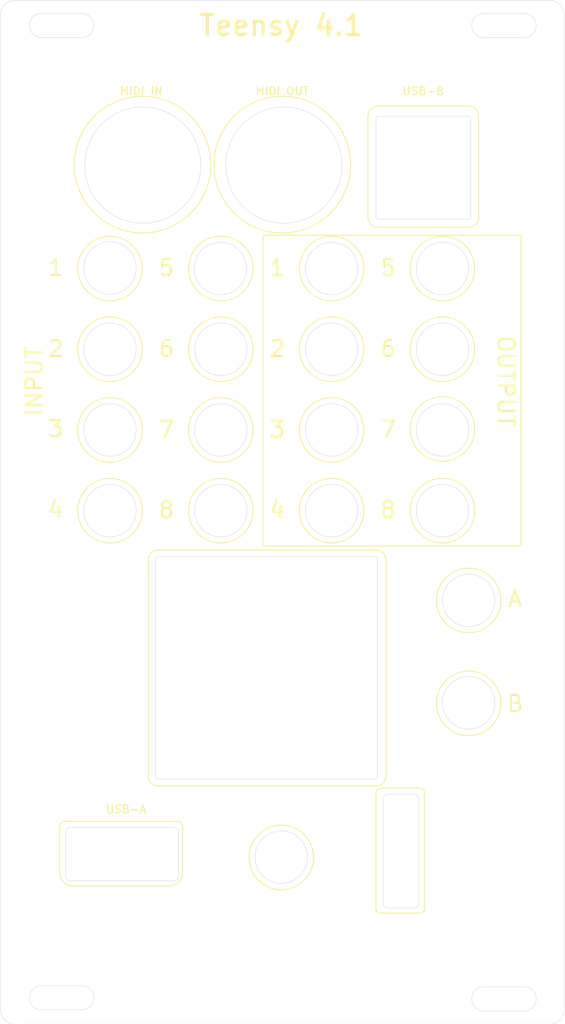
<source format=kicad_pcb>
(kicad_pcb (version 20171130) (host pcbnew "(5.1.6-0-10_14)")
  (layers (0 F.Cu signal) (31 B.Cu signal) (34 B.Paste user) (35 F.Paste user) (36 B.SilkS user) (37 F.SilkS user) (38 B.Mask user) (39 F.Mask user) (44 Edge.Cuts user))
  (net 0 "")
  (gr_line (start 77.724 82.042) (end 77.724 42.926) (layer F.SilkS) (width 0.12))
  (gr_line (start 45.212 82.042) (end 77.724 82.042) (layer F.SilkS) (width 0.12))
  (gr_line (start 45.212 42.926) (end 45.212 82.042) (layer F.SilkS) (width 0.12))
  (gr_line (start 45.212 42.926) (end 77.724 42.926) (layer F.SilkS) (width 0.12))
  (gr_text "Teensy 4.1" (at 47.498 16.51) (layer F.SilkS) (effects (font (size 2.54 2.54) (thickness 0.381))))
  (gr_text USB-A (at 27.94 115.189) (layer F.SilkS) (effects (font (size 1 1))))
  (gr_text B (at 76.962 101.9048) (layer F.SilkS) (effects (font (size 2.032 2.032) (thickness 0.254))))
  (gr_text A (at 76.962 88.6968) (layer F.SilkS) (effects (font (size 2.032 2.032) (thickness 0.254))))
  (gr_text OUTPUT (at 75.7936 61.3156 270) (layer F.SilkS) (effects (font (size 2.032 2.032) (thickness 0.254))))
  (gr_text 5 (at 60.96 47.0408) (layer F.SilkS) (effects (font (size 2.032 2.032) (thickness 0.254))))
  (gr_text 6 (at 60.96 57.2008) (layer F.SilkS) (effects (font (size 2.032 2.032) (thickness 0.254))))
  (gr_text 7 (at 60.96 67.3608) (layer F.SilkS) (effects (font (size 2.032 2.032) (thickness 0.254))))
  (gr_text 8 (at 60.96 77.5208) (layer F.SilkS) (effects (font (size 2.032 2.032) (thickness 0.254))))
  (gr_text 4 (at 46.99 77.47) (layer F.SilkS) (effects (font (size 2.032 2.032) (thickness 0.254))))
  (gr_text 3 (at 46.99 67.3608) (layer F.SilkS) (effects (font (size 2.032 2.032) (thickness 0.254))))
  (gr_text 2 (at 46.99 57.2008) (layer F.SilkS) (effects (font (size 2.032 2.032) (thickness 0.254))))
  (gr_text 1 (at 46.99 47.0408) (layer F.SilkS) (effects (font (size 2.032 2.032) (thickness 0.254))))
  (gr_text 5 (at 33.02 47.0408) (layer F.SilkS) (effects (font (size 2.032 2.032) (thickness 0.254))))
  (gr_text 6 (at 33.02 57.2008) (layer F.SilkS) (effects (font (size 2.032 2.032) (thickness 0.254))))
  (gr_text 7 (at 33.02 67.3608) (layer F.SilkS) (effects (font (size 2.032 2.032) (thickness 0.254))))
  (gr_text 8 (at 33.02 77.5208) (layer F.SilkS) (effects (font (size 2.032 2.032) (thickness 0.254))))
  (gr_text 4 (at 19.05 77.47) (layer F.SilkS) (effects (font (size 2.032 2.032) (thickness 0.254))))
  (gr_text 3 (at 19.05 67.31) (layer F.SilkS) (effects (font (size 2.032 2.032) (thickness 0.254))))
  (gr_text 2 (at 19.05 57.2008) (layer F.SilkS) (effects (font (size 2.032 2.032) (thickness 0.254))))
  (gr_text 1 (at 19.05 46.99) (layer F.SilkS) (effects (font (size 2.032 2.032) (thickness 0.254))))
  (gr_text INPUT (at 16.3576 61.3156 90) (layer F.SilkS) (effects (font (size 2.032 2.032) (thickness 0.254))))
  (gr_arc (start 59.436 110.998) (end 59.436 112.268) (angle -90) (layer F.SilkS) (width 0.12))
  (gr_arc (start 59.436 83.82) (end 60.706 83.82) (angle -90) (layer F.SilkS) (width 0.12))
  (gr_arc (start 32.004 110.998) (end 30.734 110.998) (angle -90) (layer F.SilkS) (width 0.12))
  (gr_arc (start 32.004 83.82) (end 32.004 82.55) (angle -90) (layer F.SilkS) (width 0.12))
  (gr_arc (start 71.12 27.94) (end 72.39 27.94) (angle -90) (layer F.SilkS) (width 0.12))
  (gr_arc (start 71.12 40.64) (end 71.12 41.91) (angle -90) (layer F.SilkS) (width 0.12))
  (gr_arc (start 59.69 40.64) (end 58.42 40.64) (angle -90) (layer F.SilkS) (width 0.12))
  (gr_arc (start 59.69 27.94) (end 59.69 26.67) (angle -90) (layer F.SilkS) (width 0.12))
  (gr_line (start 59.69 41.91) (end 71.12 41.91) (layer F.SilkS) (width 0.12))
  (gr_line (start 72.39 27.94) (end 72.39 40.64) (layer F.SilkS) (width 0.12))
  (gr_line (start 59.69 26.67) (end 71.12 26.67) (layer F.SilkS) (width 0.12))
  (gr_line (start 58.42 40.64) (end 58.42 27.94) (layer F.SilkS) (width 0.12))
  (gr_circle (center 71.12 101.854) (end 75.184 101.854) (layer F.SilkS) (width 0.12))
  (gr_circle (center 71.12 88.9) (end 75.184 88.9) (layer F.SilkS) (width 0.12))
  (gr_arc (start 65.024 113.03) (end 65.532 113.03) (angle -90) (layer F.SilkS) (width 0.12))
  (gr_arc (start 60.071 113.157) (end 60.071 112.522) (angle -90) (layer F.SilkS) (width 0.12))
  (gr_arc (start 59.944 127.762) (end 59.436 127.762) (angle -90) (layer F.SilkS) (width 0.12))
  (gr_arc (start 65.024 127.762) (end 65.024 128.27) (angle -90) (layer F.SilkS) (width 0.12))
  (gr_line (start 59.944 128.27) (end 65.024 128.27) (layer F.SilkS) (width 0.12))
  (gr_line (start 65.532 113.03) (end 65.532 127.762) (layer F.SilkS) (width 0.12))
  (gr_line (start 60.071 112.522) (end 65.024 112.522) (layer F.SilkS) (width 0.12))
  (gr_line (start 59.436 127.762) (end 59.436 113.157) (layer F.SilkS) (width 0.12))
  (gr_arc (start 34.417 117.348) (end 35.052 117.348) (angle -90) (layer F.SilkS) (width 0.12))
  (gr_arc (start 20.193 117.348) (end 20.193 116.713) (angle -90) (layer F.SilkS) (width 0.12))
  (gr_arc (start 21.209 123.19) (end 19.558 123.19) (angle -90) (layer F.SilkS) (width 0.12))
  (gr_arc (start 33.401 123.19) (end 33.401 124.841) (angle -90) (layer F.SilkS) (width 0.12))
  (gr_line (start 21.209 124.841) (end 33.401 124.841) (layer F.SilkS) (width 0.12))
  (gr_line (start 35.052 123.19) (end 35.052 117.348) (layer F.SilkS) (width 0.12))
  (gr_line (start 19.558 123.19) (end 19.558 117.348) (layer F.SilkS) (width 0.12))
  (gr_line (start 20.193 116.713) (end 34.417 116.713) (layer F.SilkS) (width 0.12))
  (gr_circle (center 47.498 121.2596) (end 51.562 121.2596) (layer F.SilkS) (width 0.12))
  (gr_line (start 30.734 110.998) (end 30.734 83.82) (layer F.SilkS) (width 0.12))
  (gr_line (start 59.436 112.268) (end 32.004 112.268) (layer F.SilkS) (width 0.12))
  (gr_line (start 60.706 83.82) (end 60.706 110.998) (layer F.SilkS) (width 0.12))
  (gr_line (start 32.004 82.55) (end 59.436 82.55) (layer F.SilkS) (width 0.12))
  (gr_circle (center 47.625 34.036) (end 48.895 42.545) (layer F.SilkS) (width 0.12))
  (gr_circle (center 30.004746 34.036) (end 31.274746 42.545) (layer F.SilkS) (width 0.12))
  (gr_circle (center 67.818 47.117) (end 71.882 47.117) (layer F.SilkS) (width 0.12))
  (gr_circle (center 53.848 47.117) (end 57.912 47.117) (layer F.SilkS) (width 0.12))
  (gr_circle (center 39.878 47.117) (end 43.942 47.117) (layer F.SilkS) (width 0.12))
  (gr_circle (center 25.908 47.117) (end 29.972 47.117) (layer F.SilkS) (width 0.12))
  (gr_circle (center 25.908 57.277) (end 29.972 57.277) (layer F.SilkS) (width 0.12))
  (gr_circle (center 39.878 57.277) (end 43.942 57.277) (layer F.SilkS) (width 0.12))
  (gr_circle (center 53.848 57.277) (end 57.912 57.277) (layer F.SilkS) (width 0.12))
  (gr_circle (center 67.818 57.277) (end 71.882 57.277) (layer F.SilkS) (width 0.12))
  (gr_circle (center 67.818 67.31) (end 71.882 67.31) (layer F.SilkS) (width 0.12))
  (gr_circle (center 53.848 67.437) (end 57.912 67.437) (layer F.SilkS) (width 0.12))
  (gr_circle (center 39.878 67.437) (end 43.942 67.437) (layer F.SilkS) (width 0.12))
  (gr_circle (center 25.908 67.437) (end 29.972 67.437) (layer F.SilkS) (width 0.12))
  (gr_circle (center 25.908 77.597) (end 29.972 77.597) (layer F.SilkS) (width 0.12))
  (gr_circle (center 39.878 77.597) (end 43.942 77.597) (layer F.SilkS) (width 0.12))
  (gr_circle (center 53.848 77.597) (end 57.912 77.597) (layer F.SilkS) (width 0.12))
  (gr_circle (center 67.818 77.597) (end 71.882 77.597) (layer F.SilkS) (width 0.12))
  (gr_text USB-B (at 65.405 24.765) (layer F.SilkS) (effects (font (size 1 1))))
  (gr_text "MIDI OUT" (at 47.625 24.765) (layer F.SilkS) (effects (font (size 1 1))))
  (gr_text "MIDI IN" (at 29.845 24.765) (layer F.SilkS) (effects (font (size 1 1))))
  (gr_line (start 71.374 40.64) (end 71.374 28.194) (layer Edge.Cuts) (width 0.05))
  (gr_line (start 59.69 40.894) (end 71.12 40.894) (layer Edge.Cuts) (width 0.05))
  (gr_line (start 59.436 28.194) (end 59.436 40.64) (layer Edge.Cuts) (width 0.05))
  (gr_arc (start 71.12 40.64) (end 71.12 40.894) (angle -90) (layer Edge.Cuts) (width 0.05))
  (gr_arc (start 59.69 40.64) (end 59.436 40.64) (angle -90) (layer Edge.Cuts) (width 0.05))
  (gr_arc (start 59.69 28.194) (end 59.69 27.94) (angle -90) (layer Edge.Cuts) (width 0.05))
  (gr_arc (start 71.12 28.194) (end 71.374 28.194) (angle -90) (layer Edge.Cuts) (width 0.05))
  (gr_line (start 59.69 27.94) (end 71.12 27.94) (layer Edge.Cuts) (width 0.05))
  (gr_arc (start 32.004 83.7565) (end 32.004 83.3755) (angle -90) (layer Edge.Cuts) (width 0.05))
  (gr_arc (start 59.2455 83.7565) (end 59.6265 83.7565) (angle -90) (layer Edge.Cuts) (width 0.05))
  (gr_arc (start 59.2455 110.998) (end 59.2455 111.379) (angle -90) (layer Edge.Cuts) (width 0.05))
  (gr_arc (start 32.004 110.998) (end 31.623 110.998) (angle -90) (layer Edge.Cuts) (width 0.05))
  (gr_line (start 32.004 111.379) (end 59.2455 111.379) (layer Edge.Cuts) (width 0.05))
  (gr_line (start 59.6265 83.7565) (end 59.6265 110.998) (layer Edge.Cuts) (width 0.05))
  (gr_line (start 32.004 83.3755) (end 59.2455 83.3755) (layer Edge.Cuts) (width 0.05))
  (gr_line (start 31.623 83.7565) (end 31.623 110.998) (layer Edge.Cuts) (width 0.05))
  (gr_circle (center 47.8155 34.0995) (end 48.26 41.402) (layer Edge.Cuts) (width 0.05))
  (gr_circle (center 30.0355 34.0995) (end 30.48 41.402) (layer Edge.Cuts) (width 0.05))
  (gr_circle (center 71.12 101.7905) (end 71.247 105.0925) (layer Edge.Cuts) (width 0.05))
  (gr_circle (center 71.12 88.9) (end 71.247 92.202) (layer Edge.Cuts) (width 0.05))
  (gr_circle (center 25.908 77.597) (end 26.035 80.899) (layer Edge.Cuts) (width 0.05))
  (gr_circle (center 25.908 67.437) (end 26.035 70.739) (layer Edge.Cuts) (width 0.05))
  (gr_circle (center 25.908 57.277) (end 26.035 60.579) (layer Edge.Cuts) (width 0.05))
  (gr_circle (center 53.848 67.437) (end 53.975 70.739) (layer Edge.Cuts) (width 0.05))
  (gr_circle (center 67.818 67.437) (end 67.945 70.739) (layer Edge.Cuts) (width 0.05))
  (gr_circle (center 67.818 77.597) (end 67.945 80.899) (layer Edge.Cuts) (width 0.05))
  (gr_circle (center 53.848 77.597) (end 53.975 80.899) (layer Edge.Cuts) (width 0.05))
  (gr_circle (center 39.878 77.597) (end 40.005 80.899) (layer Edge.Cuts) (width 0.05))
  (gr_circle (center 39.878 67.437) (end 40.005 70.739) (layer Edge.Cuts) (width 0.05))
  (gr_circle (center 39.878 57.277) (end 40.005 60.579) (layer Edge.Cuts) (width 0.05))
  (gr_circle (center 53.848 57.277) (end 53.975 60.579) (layer Edge.Cuts) (width 0.05))
  (gr_circle (center 67.818 57.277) (end 67.945 60.579) (layer Edge.Cuts) (width 0.05))
  (gr_circle (center 67.818 47.117) (end 67.945 50.419) (layer Edge.Cuts) (width 0.05))
  (gr_circle (center 53.848 47.117) (end 53.975 50.419) (layer Edge.Cuts) (width 0.05))
  (gr_circle (center 39.8145 47.117) (end 39.9415 50.419) (layer Edge.Cuts) (width 0.05))
  (gr_circle (center 25.908 47.0535) (end 26.035 50.3555) (layer Edge.Cuts) (width 0.05))
  (gr_arc (start 20.955 123.571) (end 20.32 123.571) (angle -90) (layer Edge.Cuts) (width 0.05))
  (gr_arc (start 33.909 123.571) (end 33.909 124.206) (angle -90) (layer Edge.Cuts) (width 0.05))
  (gr_arc (start 33.909 118.11) (end 34.544 118.11) (angle -90) (layer Edge.Cuts) (width 0.05))
  (gr_arc (start 20.955 118.11) (end 20.955 117.475) (angle -90) (layer Edge.Cuts) (width 0.05))
  (gr_line (start 20.955 117.475) (end 33.909 117.475) (layer Edge.Cuts) (width 0.05))
  (gr_line (start 34.544 118.11) (end 34.544 123.571) (layer Edge.Cuts) (width 0.05))
  (gr_line (start 20.955 124.206) (end 33.909 124.206) (layer Edge.Cuts) (width 0.05))
  (gr_line (start 20.32 118.11) (end 20.32 123.571) (layer Edge.Cuts) (width 0.05))
  (gr_arc (start 64.1985 127) (end 64.1985 127.635) (angle -90) (layer Edge.Cuts) (width 0.05))
  (gr_arc (start 60.96 127) (end 60.325 127) (angle -90) (layer Edge.Cuts) (width 0.05))
  (gr_arc (start 64.1985 113.919) (end 64.8335 113.919) (angle -90) (layer Edge.Cuts) (width 0.05))
  (gr_arc (start 60.96 113.919) (end 60.96 113.284) (angle -90) (layer Edge.Cuts) (width 0.05))
  (gr_line (start 64.1985 113.284) (end 60.96 113.284) (layer Edge.Cuts) (width 0.05))
  (gr_line (start 64.8335 127) (end 64.8335 113.919) (layer Edge.Cuts) (width 0.05))
  (gr_line (start 60.96 127.635) (end 64.1985 127.635) (layer Edge.Cuts) (width 0.05))
  (gr_line (start 60.325 113.919) (end 60.325 127) (layer Edge.Cuts) (width 0.05))
  (gr_circle (center 47.498 121.2215) (end 47.625 124.5235) (layer Edge.Cuts) (width 0.05))
  (gr_arc (start 17.272 16.51) (end 17.272 14.986) (angle -180) (layer Edge.Cuts) (width 0.05))
  (gr_line (start 17.272 18.034) (end 22.352 18.034) (layer Edge.Cuts) (width 0.05))
  (gr_line (start 17.272 14.986) (end 22.352 14.986) (layer Edge.Cuts) (width 0.05))
  (gr_arc (start 22.352 16.51) (end 22.352 18.034) (angle -180) (layer Edge.Cuts) (width 0.05))
  (gr_arc (start 73.025 16.51) (end 73.025 14.986) (angle -180) (layer Edge.Cuts) (width 0.05))
  (gr_line (start 73.025 18.034) (end 78.105 18.034) (layer Edge.Cuts) (width 0.05))
  (gr_line (start 73.025 14.986) (end 78.105 14.986) (layer Edge.Cuts) (width 0.05))
  (gr_arc (start 78.105 16.51) (end 78.105 18.034) (angle -180) (layer Edge.Cuts) (width 0.05))
  (gr_arc (start 73.025 139.065) (end 73.025 137.541) (angle -180) (layer Edge.Cuts) (width 0.05))
  (gr_line (start 73.025 140.589) (end 78.105 140.589) (layer Edge.Cuts) (width 0.05))
  (gr_line (start 73.025 137.541) (end 78.105 137.541) (layer Edge.Cuts) (width 0.05))
  (gr_arc (start 78.105 139.065) (end 78.105 140.589) (angle -180) (layer Edge.Cuts) (width 0.05))
  (gr_arc (start 17.272 138.938) (end 17.272 137.414) (angle -180) (layer Edge.Cuts) (width 0.05))
  (gr_arc (start 22.352 138.938) (end 22.352 140.462) (angle -180) (layer Edge.Cuts) (width 0.05))
  (gr_line (start 17.272 140.462) (end 22.352 140.462) (layer Edge.Cuts) (width 0.05))
  (gr_line (start 17.272 137.414) (end 22.352 137.414) (layer Edge.Cuts) (width 0.05))
  (gr_arc (start 81.28 15.24) (end 83.185 15.24) (angle -90) (layer Edge.Cuts) (width 0.05))
  (gr_arc (start 81.28 140.335) (end 81.28 142.24) (angle -90) (layer Edge.Cuts) (width 0.05))
  (gr_arc (start 13.97 140.335) (end 12.065 140.335) (angle -90) (layer Edge.Cuts) (width 0.05))
  (gr_arc (start 13.97 15.24) (end 13.97 13.335) (angle -90) (layer Edge.Cuts) (width 0.05))
  (gr_line (start 12.065 140.335) (end 12.065 15.24) (layer Edge.Cuts) (width 0.05))
  (gr_line (start 81.28 142.24) (end 13.97 142.24) (layer Edge.Cuts) (width 0.05))
  (gr_line (start 83.185 15.24) (end 83.185 140.335) (layer Edge.Cuts) (width 0.05))
  (gr_line (start 13.97 13.335) (end 81.28 13.335) (layer Edge.Cuts) (width 0.05))
)
</source>
